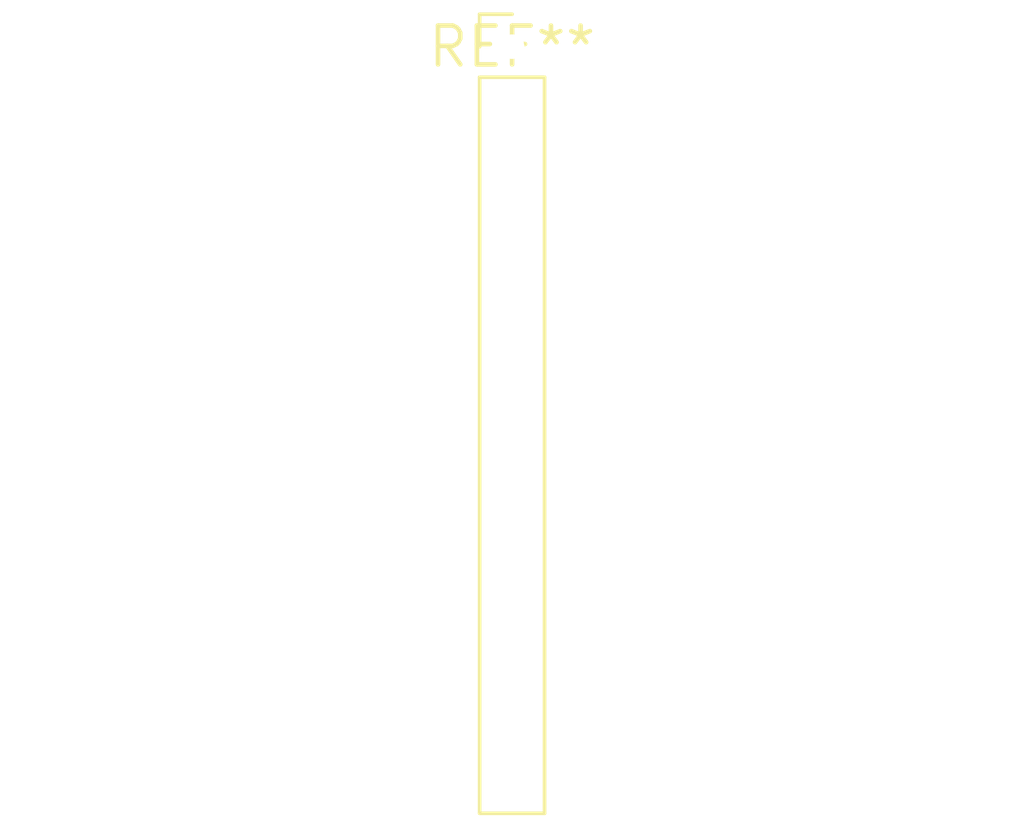
<source format=kicad_pcb>
(kicad_pcb (version 20240108) (generator pcbnew)
  (layers (0 "F.Cu" signal) (31 "B.Cu" signal) (34 "B.Paste" user) (35 "F.Paste" user) (36 "B.SilkS" user "B.Silkscreen") (37 "F.SilkS" user "F.Silkscreen") (38 "B.Mask" user) (39 "F.Mask" user) (44 "Edge.Cuts" user))
  (net 0 "")
  (footprint "PinHeader_1x13_P2.00mm_Vertical" (layer "F.Cu") (at 0 0)
    (property "Reference" "REF**")
    (property "Value" "PinHeader_1x13_P2.00mm_Vertical")
    (fp_line (start -1.06 -1.06) (end 0 -1.06) (layer "F.SilkS") (stroke (width 0.12)))
    (fp_line (start -1.06 0) (end -1.06 -1.06) (layer "F.SilkS") (stroke (width 0.12)))
    (fp_line (start -1.06 1) (end -1.06 25.06) (layer "F.SilkS") (stroke (width 0.12)))
    (fp_line (start -1.06 1) (end 1.06 1) (layer "F.SilkS") (stroke (width 0.12)))
    (fp_line (start -1.06 25.06) (end 1.06 25.06) (layer "F.SilkS") (stroke (width 0.12)))
    (fp_line (start 1.06 1) (end 1.06 25.06) (layer "F.SilkS") (stroke (width 0.12)))
    (pad "1" thru_hole rect (at 0 0) (size 1.35 1.35) (drill 0.8) (layers *.Cu *.Mask) (remove_unused_layers))
    (pad "2" thru_hole oval (at 0 2) (size 1.35 1.35) (drill 0.8) (layers *.Cu *.Mask) (remove_unused_layers))
    (pad "3" thru_hole oval (at 0 4) (size 1.35 1.35) (drill 0.8) (layers *.Cu *.Mask) (remove_unused_layers))
    (pad "4" thru_hole oval (at 0 6) (size 1.35 1.35) (drill 0.8) (layers *.Cu *.Mask) (remove_unused_layers))
    (pad "5" thru_hole oval (at 0 8) (size 1.35 1.35) (drill 0.8) (layers *.Cu *.Mask) (remove_unused_layers))
    (pad "6" thru_hole oval (at 0 10) (size 1.35 1.35) (drill 0.8) (layers *.Cu *.Mask) (remove_unused_layers))
    (pad "7" thru_hole oval (at 0 12) (size 1.35 1.35) (drill 0.8) (layers *.Cu *.Mask) (remove_unused_layers))
    (pad "8" thru_hole oval (at 0 14) (size 1.35 1.35) (drill 0.8) (layers *.Cu *.Mask) (remove_unused_layers))
    (pad "9" thru_hole oval (at 0 16) (size 1.35 1.35) (drill 0.8) (layers *.Cu *.Mask) (remove_unused_layers))
    (pad "10" thru_hole oval (at 0 18) (size 1.35 1.35) (drill 0.8) (layers *.Cu *.Mask) (remove_unused_layers))
    (pad "11" thru_hole oval (at 0 20) (size 1.35 1.35) (drill 0.8) (layers *.Cu *.Mask) (remove_unused_layers))
    (pad "12" thru_hole oval (at 0 22) (size 1.35 1.35) (drill 0.8) (layers *.Cu *.Mask) (remove_unused_layers))
    (pad "13" thru_hole oval (at 0 24) (size 1.35 1.35) (drill 0.8) (layers *.Cu *.Mask) (remove_unused_layers))
  )
)
</source>
